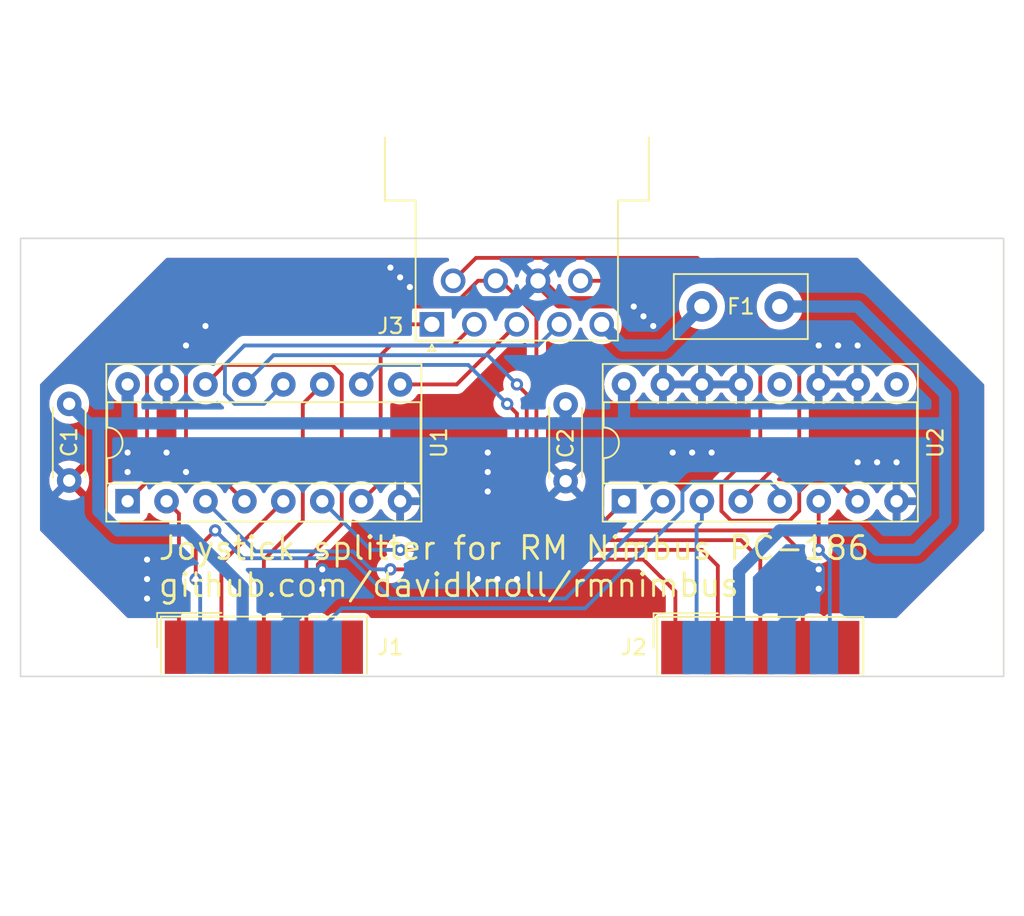
<source format=kicad_pcb>
(kicad_pcb (version 20221018) (generator pcbnew)
  (layers (0 "F.Cu" signal) (31 "B.Cu" signal) (34 "B.Paste" user) (35 "F.Paste" user) (36 "B.SilkS" user "B.Silkscreen") (37 "F.SilkS" user "F.Silkscreen") (38 "B.Mask" user) (39 "F.Mask" user) (44 "Edge.Cuts" user))
  (net 0 "")
  (net 1 "+5V")
  (net 2 "GND")
  (net 3 "Net-(U1-I0a)")
  (net 4 "Net-(U1-I0b)")
  (net 5 "Net-(U1-I0c)")
  (net 6 "Net-(U1-I0d)")
  (net 8 "Net-(U2-I0a)")
  (net 9 "Net-(U2-I0b)")
  (net 10 "Net-(U1-I1a)")
  (net 11 "Net-(U1-I1b)")
  (net 12 "Net-(U1-I1c)")
  (net 13 "Net-(U1-I1d)")
  (net 15 "Net-(U2-I1a)")
  (net 16 "Net-(U2-I1b)")
  (net 17 "Net-(U1-Za)")
  (net 18 "Net-(U1-Zb)")
  (net 19 "Net-(U1-Zc)")
  (net 20 "Net-(U1-Zd)")
  (net 21 "Net-(U2-Za)")
  (net 22 "Net-(U1-S)")
  (net 23 "Net-(U2-Zb)")
  (net 26 "/+5VIN")
  (footprint "MountingHole:MountingHole_3.2mm_M3" (layer "F.Cu") (at 186.69 121.92)
    (fp_text reference "H4" hide)
    (fp_text value "MountingHole")
    (pad "" np_thru_hole circle (at 0 0) (size 3.2 3.2) (drill 3.2) (layers "*.Cu" "*.Mask"))
  )
  (footprint "Package_DIP:DIP-16_W7.62mm_Socket" (layer "F.Cu") (at 165.735 114.3 90)
    (fp_text reference "U2" (at 3.81 20.32 90) (layer "F.SilkS"))
    (fp_text value "74LS157")
    (fp_line (start -1.33 -1.39) (end -1.33 19.17) (stroke (width 0.12)) (layer "F.SilkS"))
    (fp_line (start -1.33 19.17) (end 8.95 19.17) (stroke (width 0.12)) (layer "F.SilkS"))
    (fp_line (start 1.16 -1.33) (end 1.16 19.11) (stroke (width 0.12)) (layer "F.SilkS"))
    (fp_line (start 1.16 19.11) (end 6.46 19.11) (stroke (width 0.12)) (layer "F.SilkS"))
    (fp_line (start 2.81 -1.33) (end 1.16 -1.33) (stroke (width 0.12)) (layer "F.SilkS"))
    (fp_line (start 6.46 -1.33) (end 4.81 -1.33) (stroke (width 0.12)) (layer "F.SilkS"))
    (fp_line (start 6.46 19.11) (end 6.46 -1.33) (stroke (width 0.12)) (layer "F.SilkS"))
    (fp_line (start 8.95 -1.39) (end -1.33 -1.39) (stroke (width 0.12)) (layer "F.SilkS"))
    (fp_line (start 8.95 19.17) (end 8.95 -1.39) (stroke (width 0.12)) (layer "F.SilkS"))
    (fp_arc (start 4.81 -1.33) (mid 3.81 -0.33) (end 2.81 -1.33) (stroke (width 0.12)) (layer "F.SilkS"))
    (pad "1" thru_hole rect (at 0 0 90) (size 1.6 1.6) (drill 0.8) (layers "*.Cu" "*.Mask") (net 22 "Net-(U1-S)"))
    (pad "2" thru_hole oval (at 0 2.54 90) (size 1.6 1.6) (drill 0.8) (layers "*.Cu" "*.Mask") (net 8 "Net-(U2-I0a)"))
    (pad "3" thru_hole oval (at 0 5.08 90) (size 1.6 1.6) (drill 0.8) (layers "*.Cu" "*.Mask") (net 15 "Net-(U2-I1a)"))
    (pad "4" thru_hole oval (at 0 7.62 90) (size 1.6 1.6) (drill 0.8) (layers "*.Cu" "*.Mask") (net 21 "Net-(U2-Za)"))
    (pad "5" thru_hole oval (at 0 10.16 90) (size 1.6 1.6) (drill 0.8) (layers "*.Cu" "*.Mask") (net 9 "Net-(U2-I0b)"))
    (pad "6" thru_hole oval (at 0 12.7 90) (size 1.6 1.6) (drill 0.8) (layers "*.Cu" "*.Mask") (net 16 "Net-(U2-I1b)"))
    (pad "7" thru_hole oval (at 0 15.24 90) (size 1.6 1.6) (drill 0.8) (layers "*.Cu" "*.Mask") (net 23 "Net-(U2-Zb)"))
    (pad "8" thru_hole oval (at 0 17.78 90) (size 1.6 1.6) (drill 0.8) (layers "*.Cu" "*.Mask") (net 2 "GND"))
    (pad "9" thru_hole oval (at 7.62 17.78 90) (size 1.6 1.6) (drill 0.8) (layers "*.Cu" "*.Mask"))
    (pad "10" thru_hole oval (at 7.62 15.24 90) (size 1.6 1.6) (drill 0.8) (layers "*.Cu" "*.Mask") (net 2 "GND"))
    (pad "11" thru_hole oval (at 7.62 12.7 90) (size 1.6 1.6) (drill 0.8) (layers "*.Cu" "*.Mask") (net 2 "GND"))
    (pad "12" thru_hole oval (at 7.62 10.16 90) (size 1.6 1.6) (drill 0.8) (layers "*.Cu" "*.Mask"))
    (pad "13" thru_hole oval (at 7.62 7.62 90) (size 1.6 1.6) (drill 0.8) (layers "*.Cu" "*.Mask") (net 2 "GND"))
    (pad "14" thru_hole oval (at 7.62 5.08 90) (size 1.6 1.6) (drill 0.8) (layers "*.Cu" "*.Mask") (net 2 "GND"))
    (pad "15" thru_hole oval (at 7.62 2.54 90) (size 1.6 1.6) (drill 0.8) (layers "*.Cu" "*.Mask") (net 2 "GND"))
    (pad "16" thru_hole oval (at 7.62 0 90) (size 1.6 1.6) (drill 0.8) (layers "*.Cu" "*.Mask") (net 1 "+5V"))
  )
  (footprint "Package_DIP:DIP-16_W7.62mm_Socket" (layer "F.Cu") (at 133.35 114.3 90)
    (fp_text reference "U1" (at 3.81 20.32 90) (layer "F.SilkS"))
    (fp_text value "74LS157")
    (fp_line (start -1.33 -1.39) (end -1.33 19.17) (stroke (width 0.12)) (layer "F.SilkS"))
    (fp_line (start -1.33 19.17) (end 8.95 19.17) (stroke (width 0.12)) (layer "F.SilkS"))
    (fp_line (start 1.16 -1.33) (end 1.16 19.11) (stroke (width 0.12)) (layer "F.SilkS"))
    (fp_line (start 1.16 19.11) (end 6.46 19.11) (stroke (width 0.12)) (layer "F.SilkS"))
    (fp_line (start 2.81 -1.33) (end 1.16 -1.33) (stroke (width 0.12)) (layer "F.SilkS"))
    (fp_line (start 6.46 -1.33) (end 4.81 -1.33) (stroke (width 0.12)) (layer "F.SilkS"))
    (fp_line (start 6.46 19.11) (end 6.46 -1.33) (stroke (width 0.12)) (layer "F.SilkS"))
    (fp_line (start 8.95 -1.39) (end -1.33 -1.39) (stroke (width 0.12)) (layer "F.SilkS"))
    (fp_line (start 8.95 19.17) (end 8.95 -1.39) (stroke (width 0.12)) (layer "F.SilkS"))
    (fp_arc (start 4.81 -1.33) (mid 3.81 -0.33) (end 2.81 -1.33) (stroke (width 0.12)) (layer "F.SilkS"))
    (pad "1" thru_hole rect (at 0 0 90) (size 1.6 1.6) (drill 0.8) (layers "*.Cu" "*.Mask") (net 22 "Net-(U1-S)"))
    (pad "2" thru_hole oval (at 0 2.54 90) (size 1.6 1.6) (drill 0.8) (layers "*.Cu" "*.Mask") (net 3 "Net-(U1-I0a)"))
    (pad "3" thru_hole oval (at 0 5.08 90) (size 1.6 1.6) (drill 0.8) (layers "*.Cu" "*.Mask") (net 10 "Net-(U1-I1a)"))
    (pad "4" thru_hole oval (at 0 7.62 90) (size 1.6 1.6) (drill 0.8) (layers "*.Cu" "*.Mask") (net 17 "Net-(U1-Za)"))
    (pad "5" thru_hole oval (at 0 10.16 90) (size 1.6 1.6) (drill 0.8) (layers "*.Cu" "*.Mask") (net 4 "Net-(U1-I0b)"))
    (pad "6" thru_hole oval (at 0 12.7 90) (size 1.6 1.6) (drill 0.8) (layers "*.Cu" "*.Mask") (net 11 "Net-(U1-I1b)"))
    (pad "7" thru_hole oval (at 0 15.24 90) (size 1.6 1.6) (drill 0.8) (layers "*.Cu" "*.Mask") (net 18 "Net-(U1-Zb)"))
    (pad "8" thru_hole oval (at 0 17.78 90) (size 1.6 1.6) (drill 0.8) (layers "*.Cu" "*.Mask") (net 2 "GND"))
    (pad "9" thru_hole oval (at 7.62 17.78 90) (size 1.6 1.6) (drill 0.8) (layers "*.Cu" "*.Mask") (net 19 "Net-(U1-Zc)"))
    (pad "10" thru_hole oval (at 7.62 15.24 90) (size 1.6 1.6) (drill 0.8) (layers "*.Cu" "*.Mask") (net 12 "Net-(U1-I1c)"))
    (pad "11" thru_hole oval (at 7.62 12.7 90) (size 1.6 1.6) (drill 0.8) (layers "*.Cu" "*.Mask") (net 5 "Net-(U1-I0c)"))
    (pad "12" thru_hole oval (at 7.62 10.16 90) (size 1.6 1.6) (drill 0.8) (layers "*.Cu" "*.Mask") (net 20 "Net-(U1-Zd)"))
    (pad "13" thru_hole oval (at 7.62 7.62 90) (size 1.6 1.6) (drill 0.8) (layers "*.Cu" "*.Mask") (net 13 "Net-(U1-I1d)"))
    (pad "14" thru_hole oval (at 7.62 5.08 90) (size 1.6 1.6) (drill 0.8) (layers "*.Cu" "*.Mask") (net 6 "Net-(U1-I0d)"))
    (pad "15" thru_hole oval (at 7.62 2.54 90) (size 1.6 1.6) (drill 0.8) (layers "*.Cu" "*.Mask") (net 2 "GND"))
    (pad "16" thru_hole oval (at 7.62 0 90) (size 1.6 1.6) (drill 0.8) (layers "*.Cu" "*.Mask") (net 1 "+5V"))
  )
  (footprint "Connector_Dsub:DSUB-9_Male_EdgeMount_P2.77mm" (layer "F.Cu") (at 174.625 123.8475)
    (fp_text reference "J2" (at -8.255 -0.0225) (layer "F.SilkS"))
    (fp_text value "Joystick 2")
    (fp_line (start -6.963333 -2.24) (end -2.77 -2.24) (stroke (width 0.12)) (layer "F.SilkS"))
    (fp_line (start -6.963333 0) (end -6.963333 -2.24) (stroke (width 0.12)) (layer "F.SilkS"))
    (fp_line (start -6.723333 -2) (end -6.723333 1.74) (stroke (width 0.12)) (layer "F.SilkS"))
    (fp_line (start 6.723333 -2) (end -6.723333 -2) (stroke (width 0.12)) (layer "F.SilkS"))
    (fp_line (start 6.723333 1.74) (end 6.723333 -2) (stroke (width 0.12)) (layer "F.SilkS"))
    (pad "1" smd rect (at -5.54 0) (size 1.846667 3.48) (layers "F.Cu" "F.Paste" "F.Mask") (net 10 "Net-(U1-I1a)"))
    (pad "2" smd rect (at -2.77 0) (size 1.846667 3.48) (layers "F.Cu" "F.Paste" "F.Mask") (net 11 "Net-(U1-I1b)"))
    (pad "3" smd rect (at 0 0) (size 1.846667 3.48) (layers "F.Cu" "F.Paste" "F.Mask") (net 12 "Net-(U1-I1c)"))
    (pad "4" smd rect (at 2.77 0) (size 1.846667 3.48) (layers "F.Cu" "F.Paste" "F.Mask") (net 13 "Net-(U1-I1d)"))
    (pad "5" smd rect (at 5.54 0) (size 1.846667 3.48) (layers "F.Cu" "F.Paste" "F.Mask"))
    (pad "6" smd rect (at -4.155 0) (size 1.846667 3.48) (layers "B.Cu" "B.Paste" "B.Mask") (net 15 "Net-(U2-I1a)"))
    (pad "7" smd rect (at -1.385 0) (size 1.846667 3.48) (layers "B.Cu" "B.Paste" "B.Mask") (net 1 "+5V"))
    (pad "8" smd rect (at 1.385 0) (size 1.846667 3.48) (layers "B.Cu" "B.Paste" "B.Mask") (net 2 "GND"))
    (pad "9" smd rect (at 4.155 0) (size 1.846667 3.48) (layers "B.Cu" "B.Paste" "B.Mask") (net 16 "Net-(U2-I1b)"))
  )
  (footprint "Capacitor_THT:C_Disc_D4.3mm_W1.9mm_P5.00mm" (layer "F.Cu") (at 161.925 107.99 -90)
    (fp_text reference "C2" (at 2.530331 0 90) (layer "F.SilkS"))
    (fp_text value "0.1uF")
    (fp_line (start 0.23 -1.07) (end 0.23 -1.055) (stroke (width 0.12)) (layer "F.SilkS"))
    (fp_line (start 0.23 -1.07) (end 4.77 -1.07) (stroke (width 0.12)) (layer "F.SilkS"))
    (fp_line (start 0.23 1.055) (end 0.23 1.07) (stroke (width 0.12)) (layer "F.SilkS"))
    (fp_line (start 0.23 1.07) (end 4.77 1.07) (stroke (width 0.12)) (layer "F.SilkS"))
    (fp_line (start 4.77 -1.07) (end 4.77 -1.055) (stroke (width 0.12)) (layer "F.SilkS"))
    (fp_line (start 4.77 1.055) (end 4.77 1.07) (stroke (width 0.12)) (layer "F.SilkS"))
    (pad "1" thru_hole circle (at 0 0 270) (size 1.6 1.6) (drill 0.8) (layers "*.Cu" "*.Mask") (net 1 "+5V"))
    (pad "2" thru_hole circle (at 5 0 270) (size 1.6 1.6) (drill 0.8) (layers "*.Cu" "*.Mask") (net 2 "GND"))
  )
  (footprint "MountingHole:MountingHole_3.2mm_M3" (layer "F.Cu") (at 130.175 121.92)
    (fp_text reference "H3" hide)
    (fp_text value "MountingHole")
    (pad "" np_thru_hole circle (at 0 0) (size 3.2 3.2) (drill 3.2) (layers "*.Cu" "*.Mask"))
  )
  (footprint "Connector_Dsub:DSUB-9_Female_Horizontal_P2.77x2.84mm_EdgePinOffset9.40mm" (layer "F.Cu") (at 153.2 102.760331 180)
    (fp_text reference "J3" (at 2.705 -0.109669) (layer "F.SilkS"))
    (fp_text value "Nimbus")
    (fp_line (start -14.15 8.08) (end -12.14 8.08) (stroke (width 0.12)) (layer "F.SilkS"))
    (fp_line (start -14.15 12.18) (end -14.15 8.08) (stroke (width 0.12)) (layer "F.SilkS"))
    (fp_line (start -12.14 -1.06) (end 1.06 -1.06) (stroke (width 0.12)) (layer "F.SilkS"))
    (fp_line (start -12.14 8.08) (end -12.14 -1.06) (stroke (width 0.12)) (layer "F.SilkS"))
    (fp_line (start -0.25 -1.754338) (end 0.25 -1.754338) (stroke (width 0.12)) (layer "F.SilkS"))
    (fp_line (start 0 -1.321325) (end -0.25 -1.754338) (stroke (width 0.12)) (layer "F.SilkS"))
    (fp_line (start 0.25 -1.754338) (end 0 -1.321325) (stroke (width 0.12)) (layer "F.SilkS"))
    (fp_line (start 1.06 -1.06) (end 1.06 8.08) (stroke (width 0.12)) (layer "F.SilkS"))
    (fp_line (start 1.06 8.08) (end 3.07 8.08) (stroke (width 0.12)) (layer "F.SilkS"))
    (fp_line (start 3.07 8.08) (end 3.07 12.18) (stroke (width 0.12)) (layer "F.SilkS"))
    (pad "1" thru_hole rect (at 0 0 180) (size 1.6 1.6) (drill 1) (layers "*.Cu" "*.Mask") (net 17 "Net-(U1-Za)"))
    (pad "2" thru_hole circle (at -2.77 0 180) (size 1.6 1.6) (drill 1) (layers "*.Cu" "*.Mask") (net 18 "Net-(U1-Zb)"))
    (pad "3" thru_hole circle (at -5.54 0 180) (size 1.6 1.6) (drill 1) (layers "*.Cu" "*.Mask") (net 19 "Net-(U1-Zc)"))
    (pad "4" thru_hole circle (at -8.31 0 180) (size 1.6 1.6) (drill 1) (layers "*.Cu" "*.Mask") (net 20 "Net-(U1-Zd)"))
    (pad "5" thru_hole circle (at -11.08 0 180) (size 1.6 1.6) (drill 1) (layers "*.Cu" "*.Mask") (net 26 "/+5VIN"))
    (pad "6" thru_hole circle (at -1.385 2.84 180) (size 1.6 1.6) (drill 1) (layers "*.Cu" "*.Mask") (net 21 "Net-(U2-Za)"))
    (pad "7" thru_hole circle (at -4.155 2.84 180) (size 1.6 1.6) (drill 1) (layers "*.Cu" "*.Mask") (net 22 "Net-(U1-S)"))
    (pad "8" thru_hole circle (at -6.925 2.84 180) (size 1.6 1.6) (drill 1) (layers "*.Cu" "*.Mask") (net 2 "GND"))
    (pad "9" thru_hole circle (at -9.695 2.84 180) (size 1.6 1.6) (drill 1) (layers "*.Cu" "*.Mask") (net 23 "Net-(U2-Zb)"))
  )
  (footprint "Connector_Dsub:DSUB-9_Male_EdgeMount_P2.77mm" (layer "F.Cu") (at 142.24 123.825)
    (fp_text reference "J1" (at 8.255 0) (layer "F.SilkS"))
    (fp_text value "Joystick 1")
    (fp_line (start -6.963333 -2.24) (end -2.77 -2.24) (stroke (width 0.12)) (layer "F.SilkS"))
    (fp_line (start -6.963333 0) (end -6.963333 -2.24) (stroke (width 0.12)) (layer "F.SilkS"))
    (fp_line (start -6.723333 -2) (end -6.723333 1.74) (stroke (width 0.12)) (layer "F.SilkS"))
    (fp_line (start 6.723333 -2) (end -6.723333 -2) (stroke (width 0.12)) (layer "F.SilkS"))
    (fp_line (start 6.723333 1.74) (end 6.723333 -2) (stroke (width 0.12)) (layer "F.SilkS"))
    (pad "1" smd rect (at -5.54 0) (size 1.846667 3.48) (layers "F.Cu" "F.Paste" "F.Mask") (net 3 "Net-(U1-I0a)"))
    (pad "2" smd rect (at -2.77 0) (size 1.846667 3.48) (layers "F.Cu" "F.Paste" "F.Mask") (net 4 "Net-(U1-I0b)"))
    (pad "3" smd rect (at 0 0) (size 1.846667 3.48) (layers "F.Cu" "F.Paste" "F.Mask") (net 5 "Net-(U1-I0c)"))
    (pad "4" smd rect (at 2.77 0) (size 1.846667 3.48) (layers "F.Cu" "F.Paste" "F.Mask") (net 6 "Net-(U1-I0d)"))
    (pad "5" smd rect (at 5.54 0) (size 1.846667 3.48) (layers "F.Cu" "F.Paste" "F.Mask"))
    (pad "6" smd rect (at -4.155 0) (size 1.846667 3.48) (layers "B.Cu" "B.Paste" "B.Mask") (net 8 "Net-(U2-I0a)"))
    (pad "7" smd rect (at -1.385 0) (size 1.846667 3.48) (layers "B.Cu" "B.Paste" "B.Mask") (net 1 "+5V"))
    (pad "8" smd rect (at 1.385 0) (size 1.846667 3.48) (layers "B.Cu" "B.Paste" "B.Mask") (net 2 "GND"))
    (pad "9" smd rect (at 4.155 0) (size 1.846667 3.48) (layers "B.Cu" "B.Paste" "B.Mask") (net 9 "Net-(U2-I0b)"))
  )
  (footprint "MountingHole:MountingHole_3.2mm_M3" (layer "F.Cu") (at 130.175 100.965)
    (fp_text reference "H1" hide)
    (fp_text value "MountingHole")
    (pad "" np_thru_hole circle (at 0 0) (size 3.2 3.2) (drill 3.2) (layers "*.Cu" "*.Mask"))
  )
  (footprint "MountingHole:MountingHole_3.2mm_M3" (layer "F.Cu") (at 186.69 100.965)
    (fp_text reference "H2" hide)
    (fp_text value "MountingHole")
    (pad "" np_thru_hole circle (at 0 0) (size 3.2 3.2) (drill 3.2) (layers "*.Cu" "*.Mask"))
  )
  (footprint "Fuse:Fuse_Littelfuse_395Series" (layer "F.Cu") (at 175.895 101.6 180)
    (fp_text reference "F1" (at 2.54 0) (layer "F.SilkS"))
    (fp_text value "Fuse")
    (fp_line (start -1.83 -2.12) (end -1.83 2.12) (stroke (width 0.12)) (layer "F.SilkS"))
    (fp_line (start -1.83 -2.12) (end 6.91 -2.12) (stroke (width 0.12)) (layer "F.SilkS"))
    (fp_line (start 6.91 2.12) (end -1.83 2.12) (stroke (width 0.12)) (layer "F.SilkS"))
    (fp_line (start 6.91 2.12) (end 6.91 -2.12) (stroke (width 0.12)) (layer "F.SilkS"))
    (pad "1" thru_hole circle (at 0 0 180) (size 2 2) (drill 1) (layers "*.Cu" "*.Mask") (net 1 "+5V"))
    (pad "2" thru_hole circle (at 5.08 0.01 180) (size 2 2) (drill 1) (layers "*.Cu" "*.Mask") (net 26 "/+5VIN"))
  )
  (footprint "Capacitor_THT:C_Disc_D4.3mm_W1.9mm_P5.00mm" (layer "F.Cu") (at 129.54 107.95 -90)
    (fp_text reference "C1" (at 2.5 0 90) (layer "F.SilkS"))
    (fp_text value "0.1uF")
    (fp_line (start 0.23 -1.07) (end 0.23 -1.055) (stroke (width 0.12)) (layer "F.SilkS"))
    (fp_line (start 0.23 -1.07) (end 4.77 -1.07) (stroke (width 0.12)) (layer "F.SilkS"))
    (fp_line (start 0.23 1.055) (end 0.23 1.07) (stroke (width 0.12)) (layer "F.SilkS"))
    (fp_line (start 0.23 1.07) (end 4.77 1.07) (stroke (width 0.12)) (layer "F.SilkS"))
    (fp_line (start 4.77 -1.07) (end 4.77 -1.055) (stroke (width 0.12)) (layer "F.SilkS"))
    (fp_line (start 4.77 1.055) (end 4.77 1.07) (stroke (width 0.12)) (layer "F.SilkS"))
    (pad "1" thru_hole circle (at 0 0 270) (size 1.6 1.6) (drill 0.8) (layers "*.Cu" "*.Mask") (net 1 "+5V"))
    (pad "2" thru_hole circle (at 5 0 270) (size 1.6 1.6) (drill 0.8) (layers "*.Cu" "*.Mask") (net 2 "GND"))
  )
  (gr_poly (pts (xy 126.365 125.73) (xy 190.5 125.73) (xy 190.5 97.155) (xy 126.365 97.155)) (stroke (width 0.1)) (fill none) (layer "Edge.Cuts"))
  (gr_text "Joystick splitter for RM Nimbus PC-186\ngithub.com/davidknoll/rmnimbus" (at 135.255 120.65) (layer "F.SilkS") (effects (font (size 1.5 1.5) (thickness 0.1875)) (justify left bottom)))
  (segment (start 131.445 114.935) (end 132.715 116.205) (width 0.8) (layer "B.Cu") (net 1))
  (segment (start 180.975 101.6) (end 186.69 107.315) (width 0.8) (layer "B.Cu") (net 1))
  (segment (start 173.24 118.86) (end 173.24 123.8475) (width 0.8) (layer "B.Cu") (net 1))
  (segment (start 186.69 115.57) (end 184.785 117.475) (width 0.8) (layer "B.Cu") (net 1))
  (segment (start 137.16 116.205) (end 140.855 119.9) (width 0.8) (layer "B.Cu") (net 1))
  (segment (start 133.35 106.68) (end 133.35 109.22) (width 0.8) (layer "B.Cu") (net 1))
  (segment (start 165.735 109.22) (end 165.735 106.68) (width 0.8) (layer "B.Cu") (net 1))
  (segment (start 140.855 119.9) (end 140.855 123.825) (width 0.8) (layer "B.Cu") (net 1))
  (segment (start 129.54 107.95) (end 130.81 109.22) (width 0.8) (layer "B.Cu") (net 1))
  (segment (start 132.715 116.205) (end 137.16 116.205) (width 0.8) (layer "B.Cu") (net 1))
  (segment (start 184.785 117.475) (end 182.245 117.475) (width 0.8) (layer "B.Cu") (net 1))
  (segment (start 175.895 101.6) (end 180.975 101.6) (width 0.8) (layer "B.Cu") (net 1))
  (segment (start 180.975 116.205) (end 175.895 116.205) (width 0.8) (layer "B.Cu") (net 1))
  (segment (start 161.29 109.22) (end 165.735 109.22) (width 0.8) (layer "B.Cu") (net 1))
  (segment (start 131.445 109.22) (end 133.35 109.22) (width 0.8) (layer "B.Cu") (net 1))
  (segment (start 131.445 109.22) (end 131.445 114.935) (width 0.8) (layer "B.Cu") (net 1))
  (segment (start 165.735 109.22) (end 186.69 109.22) (width 0.8) (layer "B.Cu") (net 1))
  (segment (start 130.81 109.22) (end 131.445 109.22) (width 0.8) (layer "B.Cu") (net 1))
  (segment (start 133.35 109.22) (end 161.29 109.22) (width 0.8) (layer "B.Cu") (net 1))
  (segment (start 161.925 107.99) (end 161.925 109.22) (width 0.8) (layer "B.Cu") (net 1))
  (segment (start 182.245 117.475) (end 180.975 116.205) (width 0.8) (layer "B.Cu") (net 1))
  (segment (start 186.69 109.22) (end 186.69 115.57) (width 0.8) (layer "B.Cu") (net 1))
  (segment (start 186.69 109.22) (end 186.69 107.315) (width 0.8) (layer "B.Cu") (net 1))
  (segment (start 175.895 116.205) (end 173.24 118.86) (width 0.8) (layer "B.Cu") (net 1))
  (segment (start 161.525 101.320331) (end 166.090331 101.320331) (width 0.8) (layer "F.Cu") (net 2))
  (segment (start 160.125 99.920331) (end 161.525 101.320331) (width 0.8) (layer "F.Cu") (net 2))
  (segment (start 167.005 102.235) (end 167.64 102.87) (width 0.8) (layer "F.Cu") (net 2))
  (segment (start 167.005 102.235) (end 167.005 102.235) (width 0.8) (layer "F.Cu") (net 2))
  (segment (start 166.090331 101.320331) (end 166.37 101.6) (width 0.8) (layer "F.Cu") (net 2))
  (segment (start 166.37 101.6) (end 166.37 101.6) (width 0.8) (layer "F.Cu") (net 2))
  (segment (start 167.005 102.235) (end 167.005 102.235) (width 0.8) (layer "F.Cu") (net 2))
  (segment (start 166.37 101.6) (end 166.37 101.6) (width 0.8) (layer "F.Cu") (net 2))
  (segment (start 166.37 101.6) (end 167.005 102.235) (width 0.8) (layer "F.Cu") (net 2))
  (via (at 133.35 111.125) (size 0.8) (drill 0.4) (layers "F.Cu" "B.Cu") (net 2))
  (via (at 146.05 120.015) (size 0.8) (drill 0.4) (layers "F.Cu" "B.Cu") (net 2))
  (via (at 158.75 119.38) (size 0.8) (drill 0.4) (layers "F.Cu" "B.Cu") (net 2))
  (via (at 137.16 104.14) (size 0.8) (drill 0.4) (layers "F.Cu" "B.Cu") (net 2))
  (via (at 170.18 111.125) (size 0.8) (drill 0.4) (layers "F.Cu" "B.Cu") (net 2))
  (via (at 151.13 99.695) (size 0.8) (drill 0.4) (layers "F.Cu" "B.Cu") (net 2))
  (via (at 156.21 119.38) (size 0.8) (drill 0.4) (layers "F.Cu" "B.Cu") (net 2))
  (via (at 137.16 112.395) (size 0.8) (drill 0.4) (layers "F.Cu" "B.Cu") (net 2))
  (via (at 168.91 111.125) (size 0.8) (drill 0.4) (layers "F.Cu" "B.Cu") (net 2))
  (via (at 134.62 119.38) (size 0.8) (drill 0.4) (layers "F.Cu" "B.Cu") (net 2))
  (via (at 156.845 112.395) (size 0.8) (drill 0.4) (layers "F.Cu" "B.Cu") (net 2))
  (via (at 135.89 111.125) (size 0.8) (drill 0.4) (layers "F.Cu" "B.Cu") (net 2))
  (via (at 171.45 111.125) (size 0.8) (drill 0.4) (layers "F.Cu" "B.Cu") (net 2))
  (via (at 182.245 111.76) (size 0.8) (drill 0.4) (layers "F.Cu" "B.Cu") (net 2))
  (via (at 157.48 119.38) (size 0.8) (drill 0.4) (layers "F.Cu" "B.Cu") (net 2))
  (via (at 151.765 100.33) (size 0.8) (drill 0.4) (layers "F.Cu" "B.Cu") (net 2))
  (via (at 183.515 111.76) (size 0.8) (drill 0.4) (layers "F.Cu" "B.Cu") (net 2))
  (via (at 167.64 102.87) (size 0.8) (drill 0.4) (layers "F.Cu" "B.Cu") (net 2))
  (via (at 133.35 112.395) (size 0.8) (drill 0.4) (layers "F.Cu" "B.Cu") (net 2))
  (via (at 180.975 111.76) (size 0.8) (drill 0.4) (layers "F.Cu" "B.Cu") (net 2))
  (via (at 146.05 118.745) (size 0.8) (drill 0.4) (layers "F.Cu" "B.Cu") (net 2))
  (via (at 156.845 113.665) (size 0.8) (drill 0.4) (layers "F.Cu" "B.Cu") (net 2))
  (via (at 134.62 118.11) (size 0.8) (drill 0.4) (layers "F.Cu" "B.Cu") (net 2))
  (via (at 179.705 104.14) (size 0.8) (drill 0.4) (layers "F.Cu" "B.Cu") (net 2))
  (via (at 166.37 101.6) (size 0.8) (drill 0.4) (layers "F.Cu" "B.Cu") (net 2))
  (via (at 138.43 102.87) (size 0.8) (drill 0.4) (layers "F.Cu" "B.Cu") (net 2))
  (via (at 180.975 104.14) (size 0.8) (drill 0.4) (layers "F.Cu" "B.Cu") (net 2))
  (via (at 178.435 104.14) (size 0.8) (drill 0.4) (layers "F.Cu" "B.Cu") (net 2))
  (via (at 134.62 120.65) (size 0.8) (drill 0.4) (layers "F.Cu" "B.Cu") (net 2))
  (via (at 156.845 111.125) (size 0.8) (drill 0.4) (layers "F.Cu" "B.Cu") (net 2))
  (via (at 150.495 99.06) (size 0.8) (drill 0.4) (layers "F.Cu" "B.Cu") (net 2))
  (via (at 167.005 102.235) (size 0.8) (drill 0.4) (layers "F.Cu" "B.Cu") (net 2))
  (via (at 178.435 118.745) (size 0.8) (drill 0.4) (layers "F.Cu" "B.Cu") (net 2))
  (via (at 178.435 120.015) (size 0.8) (drill 0.4) (layers "F.Cu" "B.Cu") (net 2))
  (segment (start 143.625 123.825) (end 143.625 122.44) (width 0.8) (layer "B.Cu") (net 2))
  (segment (start 152.755331 101.320331) (end 151.765 100.33) (width 0.8) (layer "B.Cu") (net 2))
  (segment (start 158.725 101.320331) (end 152.755331 101.320331) (width 0.8) (layer "B.Cu") (net 2))
  (segment (start 150.495 99.06) (end 151.13 99.695) (width 0.8) (layer "B.Cu") (net 2))
  (segment (start 151.13 99.695) (end 151.765 100.33) (width 0.8) (layer "B.Cu") (net 2))
  (segment (start 160.125 99.920331) (end 158.725 101.320331) (width 0.8) (layer "B.Cu") (net 2))
  (segment (start 178.435 120.015) (end 178.435 118.745) (width 0.8) (layer "B.Cu") (net 2))
  (segment (start 143.625 122.44) (end 146.05 120.015) (width 0.8) (layer "B.Cu") (net 2))
  (segment (start 176.01 122.44) (end 178.435 120.015) (width 0.8) (layer "B.Cu") (net 2))
  (segment (start 146.05 120.015) (end 146.05 118.745) (width 0.8) (layer "B.Cu") (net 2))
  (segment (start 176.01 123.8475) (end 176.01 122.44) (width 0.8) (layer "B.Cu") (net 2))
  (segment (start 135.89 114.3) (end 136.7 115.11) (width 0.25) (layer "F.Cu") (net 3))
  (segment (start 136.7 115.11) (end 136.7 123.825) (width 0.25) (layer "F.Cu") (net 3))
  (segment (start 139.47 118.34) (end 139.47 123.825) (width 0.25) (layer "F.Cu") (net 4))
  (segment (start 143.51 114.3) (end 139.47 118.34) (width 0.25) (layer "F.Cu") (net 4))
  (segment (start 142.24 123.825) (end 142.24 118.11) (width 0.25) (layer "F.Cu") (net 5))
  (segment (start 144.78 107.95) (end 146.05 106.68) (width 0.25) (layer "F.Cu") (net 5))
  (segment (start 142.24 118.11) (end 144.78 115.57) (width 0.25) (layer "F.Cu") (net 5))
  (segment (start 144.78 115.57) (end 144.78 107.95) (width 0.25) (layer "F.Cu") (net 5))
  (segment (start 146.685 105.41) (end 139.7 105.41) (width 0.25) (layer "F.Cu") (net 6))
  (segment (start 145.01 123.825) (end 145.01 118.11) (width 0.25) (layer "F.Cu") (net 6))
  (segment (start 139.7 105.41) (end 138.43 106.68) (width 0.25) (layer "F.Cu") (net 6))
  (segment (start 145.01 118.11) (end 147.32 115.8) (width 0.25) (layer "F.Cu") (net 6))
  (segment (start 147.32 106.045) (end 146.685 105.41) (width 0.25) (layer "F.Cu") (net 6))
  (segment (start 147.32 115.8) (end 147.32 106.045) (width 0.25) (layer "F.Cu") (net 6))
  (segment (start 139.065 116.205) (end 137.795 117.475) (width 0.25) (layer "F.Cu") (net 8))
  (segment (start 137.795 117.475) (end 137.795 119.38) (width 0.25) (layer "F.Cu") (net 8))
  (via (at 139.065 116.205) (size 0.8) (drill 0.4) (layers "F.Cu" "B.Cu") (net 8))
  (via (at 137.795 119.38) (size 0.8) (drill 0.4) (layers "F.Cu" "B.Cu") (net 8))
  (segment (start 150.49431 120.65) (end 147.864809 118.020499) (width 0.25) (layer "B.Cu") (net 8))
  (segment (start 140.880499 118.020499) (end 139.065 116.205) (width 0.25) (layer "B.Cu") (net 8))
  (segment (start 161.925 120.65) (end 150.49431 120.65) (width 0.25) (layer "B.Cu") (net 8))
  (segment (start 138.085 119.67) (end 137.795 119.38) (width 0.25) (layer "B.Cu") (net 8))
  (segment (start 168.275 114.3) (end 161.925 120.65) (width 0.25) (layer "B.Cu") (net 8))
  (segment (start 147.864809 118.020499) (end 140.880499 118.020499) (width 0.25) (layer "B.Cu") (net 8))
  (segment (start 138.085 123.825) (end 138.085 119.67) (width 0.25) (layer "B.Cu") (net 8))
  (segment (start 163.195 121.285) (end 169.545 114.935) (width 0.25) (layer "B.Cu") (net 9))
  (segment (start 147.32 121.285) (end 163.195 121.285) (width 0.25) (layer "B.Cu") (net 9))
  (segment (start 169.545 113.665) (end 170.18 113.03) (width 0.25) (layer "B.Cu") (net 9))
  (segment (start 146.395 123.825) (end 146.395 122.21) (width 0.25) (layer "B.Cu") (net 9))
  (segment (start 170.18 113.03) (end 175.26 113.03) (width 0.25) (layer "B.Cu") (net 9))
  (segment (start 175.26 113.03) (end 175.895 113.665) (width 0.25) (layer "B.Cu") (net 9))
  (segment (start 169.545 114.935) (end 169.545 113.665) (width 0.25) (layer "B.Cu") (net 9))
  (segment (start 146.395 122.21) (end 147.32 121.285) (width 0.25) (layer "B.Cu") (net 9))
  (segment (start 175.895 113.665) (end 175.895 114.3) (width 0.25) (layer "B.Cu") (net 9))
  (segment (start 169.085 120.19) (end 167.005 118.11) (width 0.25) (layer "F.Cu") (net 10))
  (segment (start 169.085 123.8475) (end 169.085 120.19) (width 0.25) (layer "F.Cu") (net 10))
  (segment (start 151.765 118.745) (end 150.495 118.745) (width 0.25) (layer "F.Cu") (net 10))
  (segment (start 152.4 118.11) (end 151.765 118.745) (width 0.25) (layer "F.Cu") (net 10))
  (segment (start 167.005 118.11) (end 152.4 118.11) (width 0.25) (layer "F.Cu") (net 10))
  (via (at 150.495 118.745) (size 0.8) (drill 0.4) (layers "F.Cu" "B.Cu") (net 10))
  (segment (start 148.050998 117.570998) (end 149.225 118.745) (width 0.25) (layer "B.Cu") (net 10))
  (segment (start 149.225 118.745) (end 150.495 118.745) (width 0.25) (layer "B.Cu") (net 10))
  (segment (start 141.700998 117.570998) (end 148.050998 117.570998) (width 0.25) (layer "B.Cu") (net 10))
  (segment (start 138.43 114.3) (end 141.700998 117.570998) (width 0.25) (layer "B.Cu") (net 10))
  (segment (start 171.855 123.8475) (end 171.855 118.515) (width 0.25) (layer "F.Cu") (net 11))
  (segment (start 170.815 117.475) (end 151.13 117.475) (width 0.25) (layer "F.Cu") (net 11))
  (segment (start 171.855 118.515) (end 170.815 117.475) (width 0.25) (layer "F.Cu") (net 11))
  (via (at 151.13 117.475) (size 0.8) (drill 0.4) (layers "F.Cu" "B.Cu") (net 11))
  (segment (start 149.225 117.475) (end 151.13 117.475) (width 0.25) (layer "B.Cu") (net 11))
  (segment (start 146.05 114.3) (end 149.225 117.475) (width 0.25) (layer "B.Cu") (net 11))
  (segment (start 160.02 116.84) (end 158.75 115.57) (width 0.25) (layer "F.Cu") (net 12))
  (segment (start 174.625 123.8475) (end 174.625 118.11) (width 0.25) (layer "F.Cu") (net 12))
  (segment (start 173.355 116.84) (end 160.02 116.84) (width 0.25) (layer "F.Cu") (net 12))
  (segment (start 158.75 115.57) (end 158.75 108.585) (width 0.25) (layer "F.Cu") (net 12))
  (segment (start 174.625 118.11) (end 173.355 116.84) (width 0.25) (layer "F.Cu") (net 12))
  (segment (start 158.75 108.585) (end 158.115 107.95) (width 0.25) (layer "F.Cu") (net 12))
  (via (at 158.115 107.95) (size 0.8) (drill 0.4) (layers "F.Cu" "B.Cu") (net 12))
  (segment (start 155.575 105.41) (end 158.115 107.95) (width 0.25) (layer "B.Cu") (net 12))
  (segment (start 148.59 106.68) (end 149.86 105.41) (width 0.25) (layer "B.Cu") (net 12))
  (segment (start 149.86 105.41) (end 155.575 105.41) (width 0.25) (layer "B.Cu") (net 12))
  (segment (start 159.385 107.315) (end 158.75 106.68) (width 0.25) (layer "F.Cu") (net 13))
  (segment (start 159.385 114.935) (end 159.385 107.315) (width 0.25) (layer "F.Cu") (net 13))
  (segment (start 177.395 117.705) (end 175.895 116.205) (width 0.25) (layer "F.Cu") (net 13))
  (segment (start 177.395 123.8475) (end 177.395 117.705) (width 0.25) (layer "F.Cu") (net 13))
  (segment (start 160.655 116.205) (end 159.385 114.935) (width 0.25) (layer "F.Cu") (net 13))
  (segment (start 175.895 116.205) (end 160.655 116.205) (width 0.25) (layer "F.Cu") (net 13))
  (via (at 158.75 106.68) (size 0.8) (drill 0.4) (layers "F.Cu" "B.Cu") (net 13))
  (segment (start 140.97 106.68) (end 142.875 104.775) (width 0.25) (layer "B.Cu") (net 13))
  (segment (start 156.845 104.775) (end 158.75 106.68) (width 0.25) (layer "B.Cu") (net 13))
  (segment (start 142.875 104.775) (end 156.845 104.775) (width 0.25) (layer "B.Cu") (net 13))
  (segment (start 170.47 115.915) (end 170.815 115.57) (width 0.25) (layer "B.Cu") (net 15))
  (segment (start 170.815 115.57) (end 170.815 114.3) (width 0.25) (layer "B.Cu") (net 15))
  (segment (start 170.47 123.8475) (end 170.47 115.915) (width 0.25) (layer "B.Cu") (net 15))
  (segment (start 178.435 114.3) (end 178.435 117.475) (width 0.25) (layer "F.Cu") (net 16))
  (via (at 178.435 117.475) (size 0.8) (drill 0.4) (layers "F.Cu" "B.Cu") (net 16))
  (segment (start 179.159501 123.467999) (end 179.159501 118.199501) (width 0.25) (layer "B.Cu") (net 16))
  (segment (start 179.159501 118.199501) (end 178.435 117.475) (width 0.25) (layer "B.Cu") (net 16))
  (segment (start 178.78 123.8475) (end 179.159501 123.467999) (width 0.25) (layer "B.Cu") (net 16))
  (segment (start 137.16 105.41) (end 137.16 110.49) (width 0.25) (layer "F.Cu") (net 17))
  (segment (start 139.809669 102.760331) (end 137.16 105.41) (width 0.25) (layer "F.Cu") (net 17))
  (segment (start 137.16 110.49) (end 140.97 114.3) (width 0.25) (layer "F.Cu") (net 17))
  (segment (start 153.2 102.760331) (end 139.809669 102.760331) (width 0.25) (layer "F.Cu") (net 17))
  (segment (start 155.97 102.760331) (end 154.590331 104.14) (width 0.25) (layer "F.Cu") (net 18))
  (segment (start 149.86 104.775) (end 149.86 113.03) (width 0.25) (layer "F.Cu") (net 18))
  (segment (start 154.590331 104.14) (end 150.495 104.14) (width 0.25) (layer "F.Cu") (net 18))
  (segment (start 149.86 113.03) (end 148.59 114.3) (width 0.25) (layer "F.Cu") (net 18))
  (segment (start 150.495 104.14) (end 149.86 104.775) (width 0.25) (layer "F.Cu") (net 18))
  (segment (start 158.74 102.760331) (end 154.820331 106.68) (width 0.25) (layer "F.Cu") (net 19))
  (segment (start 154.820331 106.68) (end 151.13 106.68) (width 0.25) (layer "F.Cu") (net 19))
  (segment (start 140.97 104.14) (end 139.7 105.41) (width 0.25) (layer "B.Cu") (net 20))
  (segment (start 160.130331 104.14) (end 140.97 104.14) (width 0.25) (layer "B.Cu") (net 20))
  (segment (start 161.51 102.760331) (end 160.130331 104.14) (width 0.25) (layer "B.Cu") (net 20))
  (segment (start 139.7 105.41) (end 139.7 107.315) (width 0.25) (layer "B.Cu") (net 20))
  (segment (start 139.7 107.315) (end 140.335 107.95) (width 0.25) (layer "B.Cu") (net 20))
  (segment (start 140.335 107.95) (end 142.24 107.95) (width 0.25) (layer "B.Cu") (net 20))
  (segment (start 142.24 107.95) (end 143.51 106.68) (width 0.25) (layer "B.Cu") (net 20))
  (segment (start 177.165 105.076916) (end 177.165 110.49) (width 0.25) (layer "F.Cu") (net 21))
  (segment (start 156.080331 98.425) (end 170.513084 98.425) (width 0.25) (layer "F.Cu") (net 21))
  (segment (start 170.513084 98.425) (end 177.165 105.076916) (width 0.25) (layer "F.Cu") (net 21))
  (segment (start 154.585 99.920331) (end 156.080331 98.425) (width 0.25) (layer "F.Cu") (net 21))
  (segment (start 177.165 110.49) (end 173.355 114.3) (width 0.25) (layer "F.Cu") (net 21))
  (segment (start 164.465 115.57) (end 161.29 115.57) (width 0.25) (layer "F.Cu") (net 22))
  (segment (start 160.02 102.235) (end 157.705331 99.920331) (width 0.25) (layer "F.Cu") (net 22))
  (segment (start 165.735 114.3) (end 164.465 115.57) (width 0.25) (layer "F.Cu") (net 22))
  (segment (start 156.21 99.920331) (end 154.530331 101.6) (width 0.25) (layer "F.Cu") (net 22))
  (segment (start 157.705331 99.920331) (end 157.355 99.920331) (width 0.25) (layer "F.Cu") (net 22))
  (segment (start 134.62 113.03) (end 133.35 114.3) (width 0.25) (layer "F.Cu") (net 22))
  (segment (start 134.62 104.775) (end 134.62 113.03) (width 0.25) (layer "F.Cu") (net 22))
  (segment (start 154.530331 101.6) (end 137.795 101.6) (width 0.25) (layer "F.Cu") (net 22))
  (segment (start 137.795 101.6) (end 134.62 104.775) (width 0.25) (layer "F.Cu") (net 22))
  (segment (start 161.29 115.57) (end 160.02 114.3) (width 0.25) (layer "F.Cu") (net 22))
  (segment (start 160.02 114.3) (end 160.02 102.235) (width 0.25) (layer "F.Cu") (net 22))
  (segment (start 157.355 99.920331) (end 156.21 99.920331) (width 0.25) (layer "F.Cu") (net 22))
  (segment (start 162.895 99.920331) (end 171.372725 99.920331) (width 0.25) (layer "F.Cu") (net 23))
  (segment (start 171.372725 99.920331) (end 174.625 103.172606) (width 0.25) (layer "F.Cu") (net 23))
  (segment (start 172.085 113.190496) (end 172.085 114.935) (width 0.25) (layer "F.Cu") (net 23))
  (segment (start 172.085 114.935) (end 172.72 115.57) (width 0.25) (layer "F.Cu") (net 23))
  (segment (start 174.625 110.650496) (end 172.085 113.190496) (width 0.25) (layer "F.Cu") (net 23))
  (segment (start 176.53 115.57) (end 177.165 114.935) (width 0.25) (layer "F.Cu") (net 23))
  (segment (start 174.625 103.172606) (end 174.625 110.650496) (width 0.25) (layer "F.Cu") (net 23))
  (segment (start 177.165 113.665) (end 177.8 113.03) (width 0.25) (layer "F.Cu") (net 23))
  (segment (start 179.705 113.03) (end 180.975 114.3) (width 0.25) (layer "F.Cu") (net 23))
  (segment (start 172.72 115.57) (end 176.53 115.57) (width 0.25) (layer "F.Cu") (net 23))
  (segment (start 177.8 113.03) (end 179.705 113.03) (width 0.25) (layer "F.Cu") (net 23))
  (segment (start 177.165 114.935) (end 177.165 113.665) (width 0.25) (layer "F.Cu") (net 23))
  (segment (start 168.275 104.14) (end 168.275 104.13) (width 0.8) (layer "B.Cu") (net 26))
  (segment (start 168.275 104.13) (end 170.815 101.59) (width 0.8) (layer "B.Cu") (net 26))
  (segment (start 165.659669 104.14) (end 168.275 104.14) (width 0.8) (layer "B.Cu") (net 26))
  (segment (start 164.28 102.760331) (end 165.659669 104.14) (width 0.8) (layer "B.Cu") (net 26))
  (zone (net 2) (net_name "GND") (layers "F&B.Cu") (connect_pads (clearance 0.5)) (min_thickness 0.25) (fill yes (thermal_gap 0.5) (thermal_bridge_width 0.5))
    (polygon (pts (xy 189.23 106.68) (xy 180.975 98.425) (xy 135.89 98.425) (xy 127.635 106.68) (xy 127.635 116.205) (xy 133.35 121.92) (xy 183.515 121.92) (xy 189.23 116.205)))
  )
)
</source>
